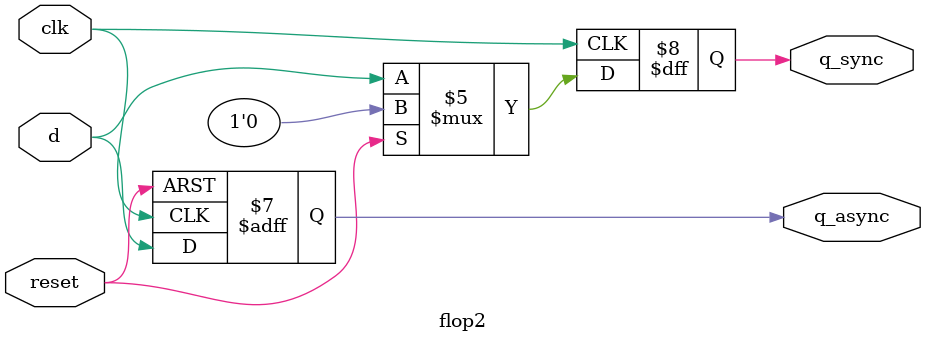
<source format=v>

module flop2(
  input clk,
  input reset,
  input d,
  output q_sync, 
  output q_async
);

reg q_sync;
reg q_async;

always @(posedge clk) begin
  if (reset)
    q_sync <= 0;
  else
    q_sync <= d;
end


always @(posedge clk or posedge reset) begin
  if (reset == 1)
    q_async <= 0;
  else
    q_async <= d;
end

endmodule


</source>
